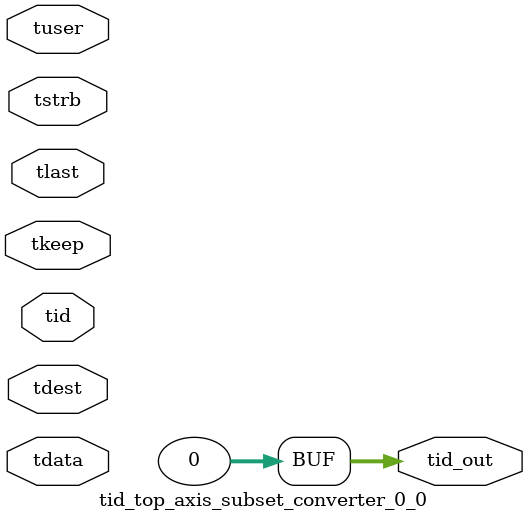
<source format=v>


`timescale 1ps/1ps

module tid_top_axis_subset_converter_0_0 #
(
parameter C_S_AXIS_TID_WIDTH   = 1,
parameter C_S_AXIS_TUSER_WIDTH = 0,
parameter C_S_AXIS_TDATA_WIDTH = 0,
parameter C_S_AXIS_TDEST_WIDTH = 0,
parameter C_M_AXIS_TID_WIDTH   = 32
)
(
input  [(C_S_AXIS_TID_WIDTH   == 0 ? 1 : C_S_AXIS_TID_WIDTH)-1:0       ] tid,
input  [(C_S_AXIS_TDATA_WIDTH == 0 ? 1 : C_S_AXIS_TDATA_WIDTH)-1:0     ] tdata,
input  [(C_S_AXIS_TUSER_WIDTH == 0 ? 1 : C_S_AXIS_TUSER_WIDTH)-1:0     ] tuser,
input  [(C_S_AXIS_TDEST_WIDTH == 0 ? 1 : C_S_AXIS_TDEST_WIDTH)-1:0     ] tdest,
input  [(C_S_AXIS_TDATA_WIDTH/8)-1:0 ] tkeep,
input  [(C_S_AXIS_TDATA_WIDTH/8)-1:0 ] tstrb,
input                                                                    tlast,
output [(C_M_AXIS_TID_WIDTH   == 0 ? 1 : C_M_AXIS_TID_WIDTH)-1:0       ] tid_out
);

assign tid_out = {1'b0};

endmodule


</source>
